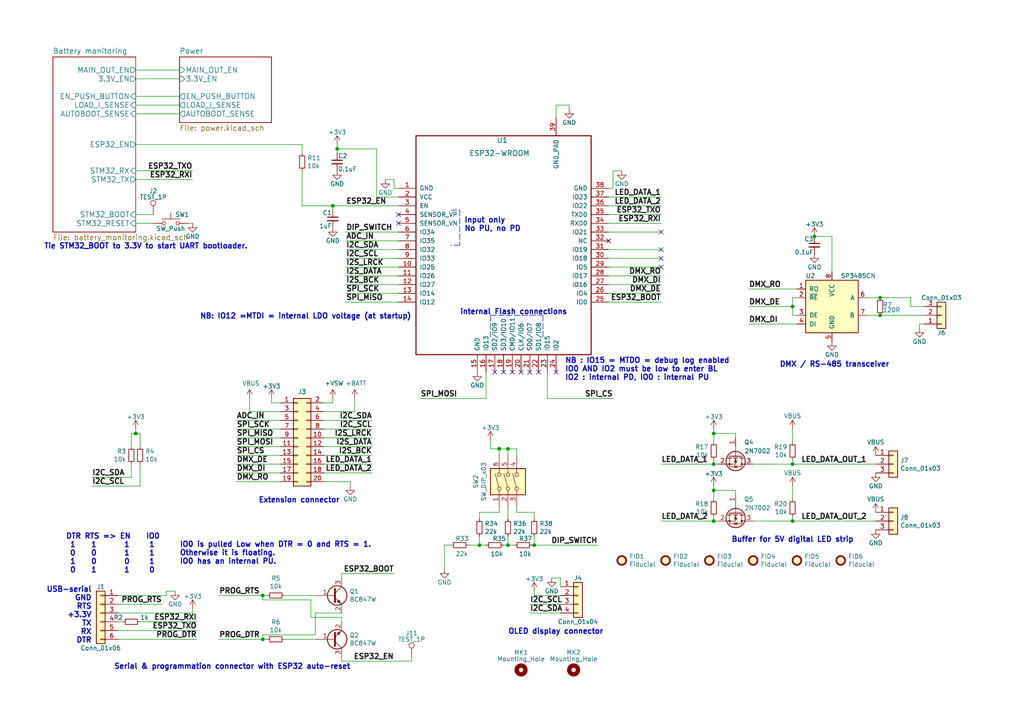
<source format=kicad_sch>
(kicad_sch (version 20211123) (generator eeschema)
  (paper "A4")
  (title_block (title "ESP32 battery management module") (date "2019-04-05") (rev "2.0") (company "KXKM") (comment 1 "Tom Magnier"))
  (lib_symbols
    (symbol "Connector:TestPoint" (pin_numbers hide) (pin_names (offset 0.762) hide)
      (property "Reference" "TP" (at 0 6.858 0))
      (property "Value" "Connector_TestPoint" (at 0 5.08 0))
      (symbol "TestPoint_1_1"
        (pin passive line (at 0 0 90) (length 2.54) (name "1") (number "1"))
      )
    )
    (symbol "Connector_Generic:Conn_01x03" (pin_names (offset 1.016) hide)
      (property "Reference" "J" (at 0 5.08 0))
      (property "Value" "Connector_Generic_Conn_01x03" (at 0 -5.08 0))
      (symbol "Conn_01x03_1_1"
        (pin passive line (at -5.08 2.54 0) (length 3.81) (name "Pin_1") (number "1"))
        (pin passive line (at -5.08 0 0) (length 3.81) (name "Pin_2") (number "2"))
        (pin passive line (at -5.08 -2.54 0) (length 3.81) (name "Pin_3") (number "3"))
      )
    )
    (symbol "Connector_Generic:Conn_01x04" (pin_names (offset 1.016) hide)
      (property "Reference" "J" (at 0 5.08 0))
      (property "Value" "Connector_Generic_Conn_01x04" (at 0 -7.62 0))
      (symbol "Conn_01x04_1_1"
        (pin passive line (at -5.08 2.54 0) (length 3.81) (name "Pin_1") (number "1"))
        (pin passive line (at -5.08 0 0) (length 3.81) (name "Pin_2") (number "2"))
        (pin passive line (at -5.08 -2.54 0) (length 3.81) (name "Pin_3") (number "3"))
        (pin passive line (at -5.08 -5.08 0) (length 3.81) (name "Pin_4") (number "4"))
      )
    )
    (symbol "Connector_Generic:Conn_01x06" (pin_names (offset 1.016) hide)
      (property "Reference" "J" (at 0 7.62 0))
      (property "Value" "Connector_Generic_Conn_01x06" (at 0 -10.16 0))
      (symbol "Conn_01x06_1_1"
        (pin passive line (at -5.08 5.08 0) (length 3.81) (name "Pin_1") (number "1"))
        (pin passive line (at -5.08 2.54 0) (length 3.81) (name "Pin_2") (number "2"))
        (pin passive line (at -5.08 0 0) (length 3.81) (name "Pin_3") (number "3"))
        (pin passive line (at -5.08 -2.54 0) (length 3.81) (name "Pin_4") (number "4"))
        (pin passive line (at -5.08 -5.08 0) (length 3.81) (name "Pin_5") (number "5"))
        (pin passive line (at -5.08 -7.62 0) (length 3.81) (name "Pin_6") (number "6"))
      )
    )
    (symbol "Connector_Generic:Conn_02x10_Odd_Even" (pin_names (offset 1.016) hide)
      (property "Reference" "J" (at 1.27 12.7 0))
      (property "Value" "Connector_Generic_Conn_02x10_Odd_Even" (at 1.27 -15.24 0))
      (symbol "Conn_02x10_Odd_Even_1_1"
        (pin passive line (at -5.08 10.16 0) (length 3.81) (name "Pin_1") (number "1"))
        (pin passive line (at 7.62 0 180) (length 3.81) (name "Pin_10") (number "10"))
        (pin passive line (at -5.08 -2.54 0) (length 3.81) (name "Pin_11") (number "11"))
        (pin passive line (at 7.62 -2.54 180) (length 3.81) (name "Pin_12") (number "12"))
        (pin passive line (at -5.08 -5.08 0) (length 3.81) (name "Pin_13") (number "13"))
        (pin passive line (at 7.62 -5.08 180) (length 3.81) (name "Pin_14") (number "14"))
        (pin passive line (at -5.08 -7.62 0) (length 3.81) (name "Pin_15") (number "15"))
        (pin passive line (at 7.62 -7.62 180) (length 3.81) (name "Pin_16") (number "16"))
        (pin passive line (at -5.08 -10.16 0) (length 3.81) (name "Pin_17") (number "17"))
        (pin passive line (at 7.62 -10.16 180) (length 3.81) (name "Pin_18") (number "18"))
        (pin passive line (at -5.08 -12.7 0) (length 3.81) (name "Pin_19") (number "19"))
        (pin passive line (at 7.62 10.16 180) (length 3.81) (name "Pin_2") (number "2"))
        (pin passive line (at 7.62 -12.7 180) (length 3.81) (name "Pin_20") (number "20"))
        (pin passive line (at -5.08 7.62 0) (length 3.81) (name "Pin_3") (number "3"))
        (pin passive line (at 7.62 7.62 180) (length 3.81) (name "Pin_4") (number "4"))
        (pin passive line (at -5.08 5.08 0) (length 3.81) (name "Pin_5") (number "5"))
        (pin passive line (at 7.62 5.08 180) (length 3.81) (name "Pin_6") (number "6"))
        (pin passive line (at -5.08 2.54 0) (length 3.81) (name "Pin_7") (number "7"))
        (pin passive line (at 7.62 2.54 180) (length 3.81) (name "Pin_8") (number "8"))
        (pin passive line (at -5.08 0 0) (length 3.81) (name "Pin_9") (number "9"))
      )
    )
    (symbol "Device:C_Small" (pin_numbers hide) (pin_names (offset 0.254) hide)
      (property "Reference" "C" (at 0.254 1.778 0))
      (property "Value" "Device_C_Small" (at 0.254 -2.032 0))
      (symbol "C_Small_1_1"
        (pin passive line (at 0 2.54 270) (length 2.032) (name "~") (number "1"))
        (pin passive line (at 0 -2.54 90) (length 2.032) (name "~") (number "2"))
      )
    )
    (symbol "Device:R_Small" (pin_numbers hide) (pin_names (offset 0.254) hide)
      (property "Reference" "R" (at 0.762 0.508 0))
      (property "Value" "Device_R_Small" (at 0.762 -1.016 0))
      (symbol "R_Small_1_1"
        (pin passive line (at 0 2.54 270) (length 0.762) (name "~") (number "1"))
        (pin passive line (at 0 -2.54 90) (length 0.762) (name "~") (number "2"))
      )
    )
    (symbol "Interface_UART:SP3485CN" (pin_names (offset 1.016))
      (property "Reference" "U" (at -7.62 8.89 0))
      (property "Value" "Interface_UART_SP3485CN" (at 2.54 8.89 0))
      (symbol "SP3485CN_1_1"
        (pin output line (at -10.16 5.08 0) (length 2.54) (name "RO") (number "1"))
        (pin input line (at -10.16 2.54 0) (length 2.54) (name "~{RE}") (number "2"))
        (pin input line (at -10.16 -2.54 0) (length 2.54) (name "DE") (number "3"))
        (pin input line (at -10.16 -5.08 0) (length 2.54) (name "DI") (number "4"))
        (pin power_in line (at 0 -10.16 90) (length 2.54) (name "GND") (number "5"))
        (pin bidirectional line (at 10.16 2.54 180) (length 2.54) (name "A") (number "6"))
        (pin bidirectional line (at 10.16 -2.54 180) (length 2.54) (name "B") (number "7"))
        (pin power_in line (at 0 10.16 270) (length 2.54) (name "VCC") (number "8"))
      )
    )
    (symbol "KXKM_ESP32_battery_management_board-rescue:ESP32-WROOM-espressif-xess" (pin_names (offset 1.016))
      (property "Reference" "U" (at 3.81 6.35 0))
      (property "Value" "ESP32-WROOM-espressif-xess" (at 3.81 3.81 0))
      (symbol "ESP32-WROOM-espressif-xess_1_1"
        (pin power_in line (at 0 0 0) (length 5.08) (name "GND") (number "1"))
        (pin bidirectional line (at 0 -22.86 0) (length 5.08) (name "IO25") (number "10"))
        (pin input line (at 0 -25.4 0) (length 5.08) (name "IO26") (number "11"))
        (pin bidirectional line (at 0 -27.94 0) (length 5.08) (name "IO27") (number "12"))
        (pin bidirectional line (at 0 -30.48 0) (length 5.08) (name "IO14") (number "13"))
        (pin bidirectional line (at 0 -33.02 0) (length 5.08) (name "IO12") (number "14"))
        (pin power_in line (at 22.86 -53.34 90) (length 5.08) (name "GND") (number "15"))
        (pin bidirectional line (at 25.4 -53.34 90) (length 5.08) (name "IO13") (number "16"))
        (pin bidirectional line (at 27.94 -53.34 90) (length 5.08) (name "SD2/IO9") (number "17"))
        (pin bidirectional line (at 30.48 -53.34 90) (length 5.08) (name "SD3/IO10") (number "18"))
        (pin bidirectional line (at 33.02 -53.34 90) (length 5.08) (name "CMD/IO11") (number "19"))
        (pin power_in line (at 0 -2.54 0) (length 5.08) (name "VCC") (number "2"))
        (pin bidirectional line (at 35.56 -53.34 90) (length 5.08) (name "CLK/IO6") (number "20"))
        (pin bidirectional line (at 38.1 -53.34 90) (length 5.08) (name "SD0/IO7") (number "21"))
        (pin bidirectional line (at 40.64 -53.34 90) (length 5.08) (name "SD1/IO8") (number "22"))
        (pin bidirectional line (at 43.18 -53.34 90) (length 5.08) (name "IO15") (number "23"))
        (pin bidirectional line (at 45.72 -53.34 90) (length 5.08) (name "IO2") (number "24"))
        (pin bidirectional line (at 60.96 -33.02 180) (length 5.08) (name "IO0") (number "25"))
        (pin bidirectional line (at 60.96 -30.48 180) (length 5.08) (name "IO4") (number "26"))
        (pin bidirectional line (at 60.96 -27.94 180) (length 5.08) (name "IO16") (number "27"))
        (pin bidirectional line (at 60.96 -25.4 180) (length 5.08) (name "IO17") (number "28"))
        (pin bidirectional line (at 60.96 -22.86 180) (length 5.08) (name "IO5") (number "29"))
        (pin input line (at 0 -5.08 0) (length 5.08) (name "EN") (number "3"))
        (pin bidirectional line (at 60.96 -20.32 180) (length 5.08) (name "IO18") (number "30"))
        (pin bidirectional line (at 60.96 -17.78 180) (length 5.08) (name "IO19") (number "31"))
        (pin no_connect line (at 60.96 -15.24 180) (length 5.08) (name "NC") (number "32"))
        (pin bidirectional line (at 60.96 -12.7 180) (length 5.08) (name "IO21") (number "33"))
        (pin bidirectional line (at 60.96 -10.16 180) (length 5.08) (name "RXD0") (number "34"))
        (pin bidirectional line (at 60.96 -7.62 180) (length 5.08) (name "TXD0") (number "35"))
        (pin bidirectional line (at 60.96 -5.08 180) (length 5.08) (name "IO22") (number "36"))
        (pin bidirectional line (at 60.96 -2.54 180) (length 5.08) (name "IO23") (number "37"))
        (pin power_in line (at 60.96 0 180) (length 5.08) (name "GND") (number "38"))
        (pin power_in line (at 45.72 20.32 270) (length 5.08) (name "GND_PAD") (number "39"))
        (pin input line (at 0 -7.62 0) (length 5.08) (name "SENSOR_VP") (number "4"))
        (pin input line (at 0 -10.16 0) (length 5.08) (name "SENSOR_VN") (number "5"))
        (pin bidirectional line (at 0 -12.7 0) (length 5.08) (name "IO34") (number "6"))
        (pin bidirectional line (at 0 -15.24 0) (length 5.08) (name "IO35") (number "7"))
        (pin bidirectional line (at 0 -17.78 0) (length 5.08) (name "IO32") (number "8"))
        (pin bidirectional line (at 0 -20.32 0) (length 5.08) (name "IO33") (number "9"))
      )
    )
    (symbol "Mechanical:Fiducial"
      (property "Reference" "FID" (at 0 5.08 0))
      (property "Value" "Mechanical_Fiducial" (at 0 3.175 0))
    )
    (symbol "Mechanical:MountingHole" (pin_names (offset 1.016))
      (property "Reference" "H" (at 0 5.08 0))
      (property "Value" "Mechanical_MountingHole" (at 0 3.175 0))
    )
    (symbol "Switch:SW_DIP_x03" (pin_names (offset 0) hide)
      (property "Reference" "SW" (at 0 8.89 0))
      (property "Value" "Switch_SW_DIP_x03" (at 0 -3.81 0))
      (symbol "SW_DIP_x03_1_1"
        (pin passive line (at -7.62 5.08 0) (length 5.08) (name "~") (number "1"))
        (pin passive line (at -7.62 2.54 0) (length 5.08) (name "~") (number "2"))
        (pin passive line (at -7.62 0 0) (length 5.08) (name "~") (number "3"))
        (pin passive line (at 7.62 0 180) (length 5.08) (name "~") (number "4"))
        (pin passive line (at 7.62 2.54 180) (length 5.08) (name "~") (number "5"))
        (pin passive line (at 7.62 5.08 180) (length 5.08) (name "~") (number "6"))
      )
    )
    (symbol "Switch:SW_Push" (pin_numbers hide) (pin_names (offset 1.016) hide)
      (property "Reference" "SW" (at 1.27 2.54 0))
      (property "Value" "Switch_SW_Push" (at 0 -1.524 0))
      (symbol "SW_Push_0_1"
        (pin passive line (at -5.08 0 0) (length 2.54) (name "1") (number "1"))
        (pin passive line (at 5.08 0 180) (length 2.54) (name "2") (number "2"))
      )
    )
    (symbol "Transistor_BJT:BC847W" (pin_names (offset 0) hide)
      (property "Reference" "Q" (at 5.08 1.905 0))
      (property "Value" "Transistor_BJT_BC847W" (at 5.08 0 0))
      (symbol "BC847W_1_1"
        (pin input line (at -5.08 0 0) (length 5.715) (name "B") (number "1"))
        (pin passive line (at 2.54 -5.08 90) (length 2.54) (name "E") (number "2"))
        (pin passive line (at 2.54 5.08 270) (length 2.54) (name "C") (number "3"))
      )
    )
    (symbol "Transistor_FET:2N7002" (pin_names hide)
      (property "Reference" "Q" (at 5.08 1.905 0))
      (property "Value" "Transistor_FET_2N7002" (at 5.08 0 0))
      (symbol "2N7002_1_1"
        (pin input line (at -5.08 0 0) (length 2.54) (name "G") (number "1"))
        (pin passive line (at 2.54 -5.08 90) (length 2.54) (name "S") (number "2"))
        (pin passive line (at 2.54 5.08 270) (length 2.54) (name "D") (number "3"))
      )
    )
    (symbol "power:+3.3V" (power) (pin_names (offset 0))
      (property "Value" "power_+3.3V" (at 0 3.556 0))
      (symbol "+3.3V_1_1"
        (pin power_in line (at 0 0 90) (length 0) hide (name "+3V3") (number "1"))
      )
    )
    (symbol "power:+BATT" (power) (pin_names (offset 0))
      (property "Value" "power_+BATT" (at 0 3.556 0))
      (symbol "+BATT_1_1"
        (pin power_in line (at 0 0 90) (length 0) hide (name "+BATT") (number "1"))
      )
    )
    (symbol "power:+VSW" (power) (pin_names (offset 0))
      (property "Value" "power_+VSW" (at 0 3.556 0))
      (symbol "+VSW_1_1"
        (pin power_in line (at 0 0 90) (length 0) hide (name "+VSW") (number "1"))
      )
    )
    (symbol "power:GND" (power) (pin_names (offset 0))
      (property "Value" "power_GND" (at 0 -3.81 0))
      (symbol "GND_1_1"
        (pin power_in line (at 0 0 270) (length 0) hide (name "GND") (number "1"))
      )
    )
    (symbol "power:VBUS" (power) (pin_names (offset 0))
      (property "Value" "power_VBUS" (at 0 3.81 0))
      (symbol "VBUS_1_1"
        (pin power_in line (at 0 0 90) (length 0) hide (name "VBUS") (number "1"))
      )
    )
  )
  (junction (at 154.94 158.115))
  (junction (at 147.32 158.115))
  (junction (at 207.01 142.24))
  (junction (at 76.2 185.42))
  (junction (at 97.79 43.18))
  (junction (at 76.2 172.72))
  (junction (at 39.37 125.73))
  (junction (at 207.01 151.13))
  (junction (at 147.32 130.175))
  (junction (at 229.87 151.13))
  (junction (at 207.01 134.62))
  (junction (at 255.27 91.44))
  (junction (at 236.22 68.58))
  (junction (at 96.52 59.69))
  (junction (at 139.065 158.115))
  (junction (at 229.87 134.62))
  (junction (at 229.87 88.9))
  (junction (at 207.01 125.73))
  (junction (at 255.27 86.36))
  (junction (at 144.78 130.175))
  (no_connect (at 151.13 107.95))
  (no_connect (at 115.57 62.23))
  (no_connect (at 176.53 69.85))
  (no_connect (at 191.77 72.39))
  (no_connect (at 143.51 107.95))
  (no_connect (at 156.21 107.95))
  (no_connect (at 191.77 74.93))
  (no_connect (at 146.05 107.95))
  (no_connect (at 161.29 107.95))
  (no_connect (at 148.59 107.95))
  (no_connect (at 115.57 64.77))
  (no_connect (at 191.77 77.47))
  (no_connect (at 153.67 107.95))
  (no_connect (at 191.77 67.31))
  (wire (pts (xy 38.1 134.62) (xy 38.1 138.43)))
  (wire (pts (xy 76.2 172.72) (xy 77.47 172.72)))
  (wire (pts (xy 140.97 115.57) (xy 121.92 115.57)))
  (wire (pts (xy 76.2 173.99) (xy 90.17 173.99)))
  (wire (pts (xy 68.58 127) (xy 81.28 127)))
  (wire (pts (xy 93.98 134.62) (xy 107.95 134.62)))
  (wire (pts (xy 144.78 130.175) (xy 142.24 130.175)))
  (wire (pts (xy 72.39 119.38) (xy 81.28 119.38)))
  (wire (pts (xy 231.14 93.98) (xy 217.17 93.98)))
  (wire (pts (xy 231.14 83.82) (xy 217.17 83.82)))
  (wire (pts (xy 229.87 88.9) (xy 229.87 91.44)))
  (wire (pts (xy 176.53 54.61) (xy 177.8 54.61)))
  (wire (pts (xy 39.37 27.94) (xy 52.07 27.94)))
  (wire (pts (xy 213.36 142.24) (xy 213.36 143.51)))
  (wire (pts (xy 255.27 91.44) (xy 267.97 91.44)))
  (wire (pts (xy 87.63 59.69) (xy 87.63 49.53)))
  (wire (pts (xy 109.22 57.15) (xy 109.22 43.18)))
  (wire (pts (xy 229.87 86.36) (xy 229.87 88.9)))
  (wire (pts (xy 90.17 173.99) (xy 90.17 179.07)))
  (wire (pts (xy 91.44 177.8) (xy 99.06 177.8)))
  (wire (pts (xy 82.55 185.42) (xy 91.44 185.42)))
  (wire (pts (xy 266.7 93.98) (xy 267.97 93.98)))
  (wire (pts (xy 176.53 77.47) (xy 191.77 77.47)))
  (wire (pts (xy 68.58 134.62) (xy 81.28 134.62)))
  (wire (pts (xy 40.64 125.73) (xy 40.64 129.54)))
  (wire (pts (xy 39.37 20.32) (xy 52.07 20.32)))
  (wire (pts (xy 100.33 69.85) (xy 115.57 69.85)))
  (wire (pts (xy 78.74 115.57) (xy 78.74 116.84)))
  (wire (pts (xy 251.46 91.44) (xy 255.27 91.44)))
  (wire (pts (xy 207.01 142.24) (xy 213.36 142.24)))
  (wire (pts (xy 229.87 88.9) (xy 217.17 88.9)))
  (wire (pts (xy 96.52 60.96) (xy 96.52 59.69)))
  (wire (pts (xy 100.33 72.39) (xy 115.57 72.39)))
  (polyline (pts (xy 133.35 60.96) (xy 133.35 71.12)))
  (wire (pts (xy 115.57 85.09) (xy 100.33 85.09)))
  (wire (pts (xy 99.06 167.64) (xy 99.06 166.37)))
  (wire (pts (xy 97.79 43.18) (xy 97.79 44.45)))
  (wire (pts (xy 100.33 67.31) (xy 115.57 67.31)))
  (wire (pts (xy 229.87 144.78) (xy 229.87 140.97)))
  (wire (pts (xy 96.52 59.69) (xy 115.57 59.69)))
  (wire (pts (xy 177.8 49.53) (xy 180.34 49.53)))
  (wire (pts (xy 128.905 158.115) (xy 128.905 165.1)))
  (wire (pts (xy 115.57 57.15) (xy 109.22 57.15)))
  (wire (pts (xy 229.87 91.44) (xy 231.14 91.44)))
  (wire (pts (xy 63.5 185.42) (xy 76.2 185.42)))
  (wire (pts (xy 38.1 125.73) (xy 39.37 125.73)))
  (wire (pts (xy 34.29 180.34) (xy 35.56 180.34)))
  (wire (pts (xy 39.37 62.23) (xy 44.45 62.23)))
  (polyline (pts (xy 130.81 60.96) (xy 133.35 60.96)))
  (wire (pts (xy 115.57 74.93) (xy 100.33 74.93)))
  (wire (pts (xy 229.87 151.13) (xy 254 151.13)))
  (wire (pts (xy 34.29 182.88) (xy 57.15 182.88)))
  (polyline (pts (xy 142.24 91.44) (xy 157.48 91.44)))
  (wire (pts (xy 93.98 121.92) (xy 107.95 121.92)))
  (wire (pts (xy 114.3 54.61) (xy 114.3 52.07)))
  (wire (pts (xy 109.22 43.18) (xy 97.79 43.18)))
  (wire (pts (xy 213.36 125.73) (xy 213.36 127)))
  (wire (pts (xy 147.32 158.115) (xy 146.05 158.115)))
  (wire (pts (xy 161.29 34.29) (xy 161.29 30.48)))
  (wire (pts (xy 162.56 177.8) (xy 153.67 177.8)))
  (wire (pts (xy 38.1 125.73) (xy 38.1 129.54)))
  (wire (pts (xy 119.38 191.77) (xy 119.38 190.5)))
  (wire (pts (xy 162.56 167.64) (xy 160.02 167.64)))
  (wire (pts (xy 147.32 147.32) (xy 147.32 150.495)))
  (wire (pts (xy 191.77 64.77) (xy 176.53 64.77)))
  (wire (pts (xy 207.01 125.73) (xy 213.36 125.73)))
  (wire (pts (xy 191.77 74.93) (xy 176.53 74.93)))
  (wire (pts (xy 154.94 158.115) (xy 173.355 158.115)))
  (wire (pts (xy 191.77 134.62) (xy 207.01 134.62)))
  (wire (pts (xy 191.77 57.15) (xy 176.53 57.15)))
  (wire (pts (xy 39.37 125.73) (xy 40.64 125.73)))
  (wire (pts (xy 176.53 87.63) (xy 191.77 87.63)))
  (wire (pts (xy 99.06 191.77) (xy 119.38 191.77)))
  (wire (pts (xy 264.16 86.36) (xy 264.16 88.9)))
  (wire (pts (xy 93.98 139.7) (xy 101.6 139.7)))
  (wire (pts (xy 147.32 130.175) (xy 149.86 130.175)))
  (wire (pts (xy 50.8 171.45) (xy 48.26 171.45)))
  (wire (pts (xy 130.81 158.115) (xy 128.905 158.115)))
  (wire (pts (xy 114.3 52.07) (xy 111.76 52.07)))
  (wire (pts (xy 264.16 88.9) (xy 267.97 88.9)))
  (wire (pts (xy 229.87 86.36) (xy 231.14 86.36)))
  (wire (pts (xy 68.58 129.54) (xy 81.28 129.54)))
  (wire (pts (xy 162.56 170.18) (xy 162.56 167.64)))
  (wire (pts (xy 100.33 77.47) (xy 115.57 77.47)))
  (wire (pts (xy 149.86 130.175) (xy 149.86 132.08)))
  (wire (pts (xy 91.44 184.15) (xy 91.44 177.8)))
  (wire (pts (xy 229.87 134.62) (xy 254 134.62)))
  (wire (pts (xy 207.01 151.13) (xy 208.28 151.13)))
  (wire (pts (xy 76.2 173.99) (xy 76.2 172.72)))
  (wire (pts (xy 207.01 140.97) (xy 207.01 142.24)))
  (wire (pts (xy 139.065 158.115) (xy 135.89 158.115)))
  (wire (pts (xy 34.29 175.26) (xy 46.99 175.26)))
  (wire (pts (xy 144.78 130.175) (xy 147.32 130.175)))
  (wire (pts (xy 139.065 158.115) (xy 140.97 158.115)))
  (wire (pts (xy 100.33 80.01) (xy 115.57 80.01)))
  (wire (pts (xy 99.06 191.77) (xy 99.06 190.5)))
  (wire (pts (xy 207.01 134.62) (xy 207.01 133.35)))
  (wire (pts (xy 218.44 134.62) (xy 229.87 134.62)))
  (wire (pts (xy 162.56 172.72) (xy 154.94 172.72)))
  (wire (pts (xy 101.6 140.97) (xy 101.6 139.7)))
  (wire (pts (xy 87.63 41.91) (xy 87.63 44.45)))
  (wire (pts (xy 154.94 148.59) (xy 154.94 150.495)))
  (wire (pts (xy 241.3 68.58) (xy 241.3 78.74)))
  (wire (pts (xy 93.98 116.84) (xy 96.52 116.84)))
  (wire (pts (xy 149.86 147.32) (xy 149.86 148.59)))
  (wire (pts (xy 158.75 107.95) (xy 158.75 115.57)))
  (wire (pts (xy 34.29 177.8) (xy 55.88 177.8)))
  (wire (pts (xy 255.27 86.36) (xy 264.16 86.36)))
  (wire (pts (xy 140.97 107.95) (xy 140.97 115.57)))
  (wire (pts (xy 115.57 82.55) (xy 100.33 82.55)))
  (wire (pts (xy 90.17 179.07) (xy 99.06 179.07)))
  (polyline (pts (xy 133.35 71.12) (xy 130.81 71.12)))
  (wire (pts (xy 191.77 151.13) (xy 207.01 151.13)))
  (wire (pts (xy 229.87 151.13) (xy 229.87 149.86)))
  (wire (pts (xy 48.26 171.45) (xy 48.26 172.72)))
  (wire (pts (xy 251.46 86.36) (xy 255.27 86.36)))
  (wire (pts (xy 39.37 33.02) (xy 52.07 33.02)))
  (wire (pts (xy 191.77 72.39) (xy 176.53 72.39)))
  (wire (pts (xy 207.01 124.46) (xy 207.01 125.73)))
  (wire (pts (xy 154.94 172.72) (xy 154.94 171.45)))
  (wire (pts (xy 39.37 30.48) (xy 52.07 30.48)))
  (wire (pts (xy 39.37 64.77) (xy 44.45 64.77)))
  (wire (pts (xy 68.58 137.16) (xy 81.28 137.16)))
  (wire (pts (xy 207.01 125.73) (xy 207.01 128.27)))
  (wire (pts (xy 154.94 158.115) (xy 154.305 158.115)))
  (wire (pts (xy 55.88 177.8) (xy 55.88 176.53)))
  (wire (pts (xy 93.98 124.46) (xy 107.95 124.46)))
  (wire (pts (xy 144.78 132.08) (xy 144.78 130.175)))
  (wire (pts (xy 176.53 59.69) (xy 191.77 59.69)))
  (wire (pts (xy 39.37 125.73) (xy 39.37 124.46)))
  (wire (pts (xy 207.01 151.13) (xy 207.01 149.86)))
  (wire (pts (xy 96.52 116.84) (xy 96.52 115.57)))
  (wire (pts (xy 48.26 172.72) (xy 34.29 172.72)))
  (wire (pts (xy 139.065 148.59) (xy 139.065 150.495)))
  (wire (pts (xy 68.58 132.08) (xy 81.28 132.08)))
  (wire (pts (xy 115.57 87.63) (xy 100.33 87.63)))
  (wire (pts (xy 39.37 52.07) (xy 55.88 52.07)))
  (wire (pts (xy 40.64 140.97) (xy 26.67 140.97)))
  (wire (pts (xy 93.98 129.54) (xy 107.95 129.54)))
  (wire (pts (xy 142.24 127.635) (xy 142.24 130.175)))
  (wire (pts (xy 191.77 82.55) (xy 176.53 82.55)))
  (wire (pts (xy 207.01 142.24) (xy 207.01 144.78)))
  (wire (pts (xy 93.98 119.38) (xy 102.87 119.38)))
  (polyline (pts (xy 142.24 97.79) (xy 142.24 91.44)))
  (wire (pts (xy 191.77 67.31) (xy 176.53 67.31)))
  (wire (pts (xy 93.98 127) (xy 107.95 127)))
  (wire (pts (xy 139.065 155.575) (xy 139.065 158.115)))
  (wire (pts (xy 147.32 132.08) (xy 147.32 130.175)))
  (wire (pts (xy 38.1 138.43) (xy 26.67 138.43)))
  (wire (pts (xy 34.29 185.42) (xy 57.15 185.42)))
  (wire (pts (xy 218.44 151.13) (xy 229.87 151.13)))
  (wire (pts (xy 165.1 30.48) (xy 165.1 31.75)))
  (wire (pts (xy 91.44 184.15) (xy 76.2 184.15)))
  (wire (pts (xy 68.58 121.92) (xy 81.28 121.92)))
  (wire (pts (xy 99.06 179.07) (xy 99.06 180.34)))
  (wire (pts (xy 76.2 184.15) (xy 76.2 185.42)))
  (wire (pts (xy 115.57 54.61) (xy 114.3 54.61)))
  (wire (pts (xy 191.77 85.09) (xy 176.53 85.09)))
  (wire (pts (xy 144.78 148.59) (xy 139.065 148.59)))
  (wire (pts (xy 39.37 22.86) (xy 52.07 22.86)))
  (wire (pts (xy 176.53 80.01) (xy 191.77 80.01)))
  (wire (pts (xy 82.55 172.72) (xy 91.44 172.72)))
  (wire (pts (xy 177.8 54.61) (xy 177.8 49.53)))
  (wire (pts (xy 158.75 115.57) (xy 177.8 115.57)))
  (wire (pts (xy 72.39 115.57) (xy 72.39 119.38)))
  (wire (pts (xy 147.32 155.575) (xy 147.32 158.115)))
  (wire (pts (xy 87.63 41.91) (xy 39.37 41.91)))
  (wire (pts (xy 63.5 172.72) (xy 76.2 172.72)))
  (polyline (pts (xy 157.48 91.44) (xy 157.48 97.79)))
  (wire (pts (xy 99.06 166.37) (xy 114.3 166.37)))
  (wire (pts (xy 68.58 139.7) (xy 81.28 139.7)))
  (wire (pts (xy 76.2 185.42) (xy 77.47 185.42)))
  (wire (pts (xy 161.29 30.48) (xy 165.1 30.48)))
  (wire (pts (xy 236.22 68.58) (xy 241.3 68.58)))
  (wire (pts (xy 93.98 132.08) (xy 107.95 132.08)))
  (wire (pts (xy 40.64 134.62) (xy 40.64 140.97)))
  (wire (pts (xy 55.88 49.53) (xy 39.37 49.53)))
  (wire (pts (xy 229.87 124.46) (xy 229.87 128.27)))
  (wire (pts (xy 93.98 137.16) (xy 107.95 137.16)))
  (wire (pts (xy 266.7 95.25) (xy 266.7 93.98)))
  (wire (pts (xy 154.94 155.575) (xy 154.94 158.115)))
  (wire (pts (xy 147.32 158.115) (xy 149.225 158.115)))
  (wire (pts (xy 144.78 147.32) (xy 144.78 148.59)))
  (wire (pts (xy 68.58 124.46) (xy 81.28 124.46)))
  (wire (pts (xy 55.88 64.77) (xy 54.61 64.77)))
  (wire (pts (xy 176.53 62.23) (xy 191.77 62.23)))
  (wire (pts (xy 87.63 59.69) (xy 96.52 59.69)))
  (wire (pts (xy 149.86 148.59) (xy 154.94 148.59)))
  (wire (pts (xy 162.56 175.26) (xy 153.67 175.26)))
  (wire (pts (xy 102.87 119.38) (xy 102.87 115.57)))
  (wire (pts (xy 207.01 134.62) (xy 208.28 134.62)))
  (wire (pts (xy 229.87 134.62) (xy 229.87 133.35)))
  (wire (pts (xy 78.74 116.84) (xy 81.28 116.84)))
  (wire (pts (xy 57.15 180.34) (xy 40.64 180.34)))
  (wire (pts (xy 97.79 41.91) (xy 97.79 43.18)))
  (text "DMX / RS-485 transceiver" (at 226.06 106.68 0) (effects (font (size 1.524 1.524) (thickness 0.3048) bold) (justify left bottom)))
  (text "Tie STM32_BOOT to 3.3V to start UART bootloader." (at 12.7 72.39 0) (effects (font (size 1.524 1.524) (thickness 0.3048) bold) (justify left bottom)))
  (text "DTR RTS => EN    IO0\n 1    1       1     1\n 0    0       1     1\n 1    0       0     1\n 0    1       1     0" (at 19.05 166.37 0) (effects (font (size 1.524 1.524) (thickness 0.3048) bold) (justify left bottom)))
  (text "Input only\nNo PU, no PD" (at 134.62 67.31 0) (effects (font (size 1.524 1.524) (thickness 0.3048) bold) (justify left bottom)))
  (text "Buffer for 5V digital LED strip" (at 212.09 157.48 0) (effects (font (size 1.524 1.524) (thickness 0.3048) bold) (justify left bottom)))
  (text "USB-serial\nGND\nRTS\n+3.3V\nTX\nRX\nDTR" (at 26.67 186.69 180) (effects (font (size 1.524 1.524) (thickness 0.3048) bold) (justify right bottom)))
  (text "NB : IO15 = MTDO = debug log enabled\nIO0 AND IO2 must be low to enter BL \nIO2 : internal PD, IO0 : internal PU" (at 163.83 110.49 0) (effects (font (size 1.524 1.524) (thickness 0.3048) bold) (justify left bottom)))
  (text "OLED display connector" (at 147.32 184.15 0) (effects (font (size 1.524 1.524) (thickness 0.3048) bold) (justify left bottom)))
  (text "Serial & programmation connector with ESP32 auto-reset" (at 33.02 194.31 0) (effects (font (size 1.524 1.524) (thickness 0.3048) bold) (justify left bottom)))
  (text "IO0 is pulled Low when DTR = 0 and RTS = 1.\nOtherwise it is floating.\nIO0 has an internal PU." (at 52.07 163.83 0) (effects (font (size 1.524 1.524) (thickness 0.3048) bold) (justify left bottom)))
  (text "NB: IO12 =MTDI = internal LDO voltage (at startup)" (at 119.38 92.71 0) (effects (font (size 1.524 1.524) (thickness 0.3048) bold) (justify right bottom)))
  (text "internal Flash connections" (at 133.35 91.44 0) (effects (font (size 1.524 1.524) (thickness 0.3048) bold) (justify left bottom)))
  (text "Extension connector" (at 74.93 146.05 0) (effects (font (size 1.524 1.524) (thickness 0.3048) bold) (justify left bottom)))
  (label "PROG_RTS" (at 63.5 172.72 0) (effects (font (size 1.524 1.524) (thickness 0.3048) bold)))
  (label "I2C_SCL" (at 153.67 175.26 0) (effects (font (size 1.524 1.524) (thickness 0.3048) bold)))
  (label "DMX_DI" (at 217.17 93.98 0) (effects (font (size 1.524 1.524) (thickness 0.3048) bold)))
  (label "LED_DATA_1" (at 191.77 57.15 180) (effects (font (size 1.524 1.524) (thickness 0.3048) bold)))
  (label "I2S_LRCK" (at 107.95 127 180) (effects (font (size 1.524 1.524) (thickness 0.3048) bold)))
  (label "I2C_SDA" (at 153.67 177.8 0) (effects (font (size 1.524 1.524) (thickness 0.3048) bold)))
  (label "ESP32_TXO" (at 57.15 182.88 180) (effects (font (size 1.524 1.524) (thickness 0.3048) bold)))
  (label "LED_DATA_1" (at 107.95 134.62 180) (effects (font (size 1.524 1.524) (thickness 0.3048) bold)))
  (label "LED_DATA_OUT_2" (at 251.46 151.13 180) (effects (font (size 1.524 1.524) (thickness 0.3048) bold)))
  (label "DIP_SWITCH" (at 173.355 158.115 180) (effects (font (size 1.524 1.524) (thickness 0.3048) bold)))
  (label "I2C_SDA" (at 100.33 72.39 0) (effects (font (size 1.524 1.524) (thickness 0.3048) bold)))
  (label "ESP32_TXO" (at 191.77 62.23 180) (effects (font (size 1.524 1.524) (thickness 0.3048) bold)))
  (label "ESP32_RXI" (at 55.88 52.07 180) (effects (font (size 1.524 1.524) (thickness 0.3048) bold)))
  (label "I2S_BCK" (at 100.33 82.55 0) (effects (font (size 1.524 1.524) (thickness 0.3048) bold)))
  (label "DMX_RO" (at 217.17 83.82 0) (effects (font (size 1.524 1.524) (thickness 0.3048) bold)))
  (label "I2S_DATA" (at 100.33 80.01 0) (effects (font (size 1.524 1.524) (thickness 0.3048) bold)))
  (label "SPI_SCK" (at 68.58 124.46 0) (effects (font (size 1.524 1.524) (thickness 0.3048) bold)))
  (label "ESP32_TXO" (at 55.88 49.53 180) (effects (font (size 1.524 1.524) (thickness 0.3048) bold)))
  (label "ESP32_BOOT" (at 191.77 87.63 180) (effects (font (size 1.524 1.524) (thickness 0.3048) bold)))
  (label "ESP32_EN" (at 114.3 191.77 180) (effects (font (size 1.524 1.524) (thickness 0.3048) bold)))
  (label "DMX_DI" (at 68.58 137.16 0) (effects (font (size 1.524 1.524) (thickness 0.3048) bold)))
  (label "ESP32_BOOT" (at 114.3 166.37 180) (effects (font (size 1.524 1.524) (thickness 0.3048) bold)))
  (label "SPI_MISO" (at 68.58 127 0) (effects (font (size 1.524 1.524) (thickness 0.3048) bold)))
  (label "I2S_LRCK" (at 100.33 77.47 0) (effects (font (size 1.524 1.524) (thickness 0.3048) bold)))
  (label "ADC_IN" (at 100.33 69.85 0) (effects (font (size 1.524 1.524) (thickness 0.3048) bold)))
  (label "I2C_SCL" (at 100.33 74.93 0) (effects (font (size 1.524 1.524) (thickness 0.3048) bold)))
  (label "PROG_RTS" (at 46.99 175.26 180) (effects (font (size 1.524 1.524) (thickness 0.3048) bold)))
  (label "DMX_DE" (at 217.17 88.9 0) (effects (font (size 1.524 1.524) (thickness 0.3048) bold)))
  (label "I2C_SCL" (at 26.67 140.97 0) (effects (font (size 1.524 1.524) (thickness 0.3048) bold)))
  (label "LED_DATA_1" (at 191.77 134.62 0) (effects (font (size 1.524 1.524) (thickness 0.3048) bold)))
  (label "SPI_MISO" (at 100.33 87.63 0) (effects (font (size 1.524 1.524) (thickness 0.3048) bold)))
  (label "PROG_DTR" (at 63.5 185.42 0) (effects (font (size 1.524 1.524) (thickness 0.3048) bold)))
  (label "ESP32_RXI" (at 57.15 180.34 180) (effects (font (size 1.524 1.524) (thickness 0.3048) bold)))
  (label "SPI_SCK" (at 100.33 85.09 0) (effects (font (size 1.524 1.524) (thickness 0.3048) bold)))
  (label "SPI_MOSI" (at 68.58 129.54 0) (effects (font (size 1.524 1.524) (thickness 0.3048) bold)))
  (label "DMX_RO" (at 191.77 80.01 180) (effects (font (size 1.524 1.524) (thickness 0.3048) bold)))
  (label "DMX_DI" (at 191.77 82.55 180) (effects (font (size 1.524 1.524) (thickness 0.3048) bold)))
  (label "SPI_CS" (at 68.58 132.08 0) (effects (font (size 1.524 1.524) (thickness 0.3048) bold)))
  (label "I2C_SDA" (at 26.67 138.43 0) (effects (font (size 1.524 1.524) (thickness 0.3048) bold)))
  (label "LED_DATA_OUT_1" (at 251.46 134.62 180) (effects (font (size 1.524 1.524) (thickness 0.3048) bold)))
  (label "DMX_RO" (at 68.58 139.7 0) (effects (font (size 1.524 1.524) (thickness 0.3048) bold)))
  (label "DMX_DE" (at 68.58 134.62 0) (effects (font (size 1.524 1.524) (thickness 0.3048) bold)))
  (label "ADC_IN" (at 68.58 121.92 0) (effects (font (size 1.524 1.524) (thickness 0.3048) bold)))
  (label "DIP_SWITCH" (at 100.33 67.31 0) (effects (font (size 1.524 1.524) (thickness 0.3048) bold)))
  (label "SPI_MOSI" (at 121.92 115.57 0) (effects (font (size 1.524 1.524) (thickness 0.3048) bold)))
  (label "ESP32_RXI" (at 191.77 64.77 180) (effects (font (size 1.524 1.524) (thickness 0.3048) bold)))
  (label "SPI_CS" (at 177.8 115.57 180) (effects (font (size 1.524 1.524) (thickness 0.3048) bold)))
  (label "LED_DATA_2" (at 191.77 59.69 180) (effects (font (size 1.524 1.524) (thickness 0.3048) bold)))
  (label "PROG_DTR" (at 57.15 185.42 180) (effects (font (size 1.524 1.524) (thickness 0.3048) bold)))
  (label "LED_DATA_2" (at 191.77 151.13 0) (effects (font (size 1.524 1.524) (thickness 0.3048) bold)))
  (label "LED_DATA_2" (at 107.95 137.16 180) (effects (font (size 1.524 1.524) (thickness 0.3048) bold)))
  (label "ESP32_EN" (at 100.33 59.69 0) (effects (font (size 1.524 1.524) (thickness 0.3048) bold)))
  (label "I2C_SDA" (at 107.95 121.92 180) (effects (font (size 1.524 1.524) (thickness 0.3048) bold)))
  (label "I2C_SCL" (at 107.95 124.46 180) (effects (font (size 1.524 1.524) (thickness 0.3048) bold)))
  (label "DMX_DE" (at 191.77 85.09 180) (effects (font (size 1.524 1.524) (thickness 0.3048) bold)))
  (label "I2S_DATA" (at 107.95 129.54 180) (effects (font (size 1.524 1.524) (thickness 0.3048) bold)))
  (label "I2S_BCK" (at 107.95 132.08 180) (effects (font (size 1.524 1.524) (thickness 0.3048) bold)))
  (symbol (lib_id "KXKM_ESP32_battery_management_board-rescue:ESP32-WROOM-espressif-xess") (at 115.57 54.61 0) (unit 1)
    (property "Reference" "U1" (at 147.32 40.64 0) (effects (font (size 1.524 1.524)) (justify right)))
    (property "Value" "ESP32-WROOM" (at 153.67 44.45 0) (effects (font (size 1.524 1.524)) (justify right)))
    (property "Footprint" "RF_Module:ESP32-WROOM-32U" (effects hide))
  )
  (symbol (lib_id "Interface_UART:SP3485CN") (at 241.3 88.9 0) (unit 1)
    (property "Reference" "U2" (at 233.68 80.01 0) (effects (justify left)))
    (property "Value" "SP3485CN" (at 243.84 80.01 0) (effects (justify left)))
    (property "Footprint" "Package_SO:SOIC-8_3.9x4.9mm_P1.27mm" (effects hide))
  )
  (symbol (lib_id "power:GND") (at 111.76 52.07 0) (unit 1)
    (property "Reference" "#PWR01" (effects hide))
    (property "Value" "GND" (at 111.76 55.88 0))
  )
  (symbol (lib_id "power:GND") (at 180.34 49.53 0) (unit 1)
    (property "Reference" "#PWR02" (effects hide))
    (property "Value" "GND" (at 180.34 53.34 0))
  )
  (symbol (lib_id "power:GND") (at 138.43 107.95 0) (unit 1)
    (property "Reference" "#PWR03" (effects hide))
    (property "Value" "GND" (at 138.43 111.76 0))
  )
  (symbol (lib_id "Device:C_Small") (at 97.79 46.99 0) (unit 1)
    (property "Reference" "C2" (at 98.044 45.212 0) (effects (justify left)))
    (property "Value" "0.1uF" (at 98.044 49.022 0) (effects (justify left)))
    (property "Footprint" "Capacitor_SMD:C_0603_1608Metric" (effects hide))
  )
  (symbol (lib_id "power:GND") (at 97.79 49.53 0) (unit 1)
    (property "Reference" "#PWR04" (effects hide))
    (property "Value" "GND" (at 97.79 53.34 0))
  )
  (symbol (lib_id "power:+3.3V") (at 97.79 41.91 0) (unit 1)
    (property "Reference" "#PWR05" (effects hide))
    (property "Value" "+3.3V" (at 97.79 38.354 0))
  )
  (symbol (lib_id "Mechanical:MountingHole") (at 166.37 194.31 0) (unit 1)
    (property "Reference" "MK2" (at 166.37 189.23 0))
    (property "Value" "Mounting_Hole" (at 166.37 191.135 0))
    (property "Footprint" "MountingHole:MountingHole_3.2mm_M3" (effects hide))
  )
  (symbol (lib_id "Mechanical:MountingHole") (at 151.13 194.31 0) (unit 1)
    (property "Reference" "MK1" (at 151.13 189.23 0))
    (property "Value" "Mounting_Hole" (at 151.13 191.135 0))
    (property "Footprint" "MountingHole:MountingHole_3.2mm_M3" (effects hide))
  )
  (symbol (lib_id "Connector_Generic:Conn_01x04") (at 167.64 172.72 0) (unit 1)
    (property "Reference" "J4" (at 167.64 167.64 0))
    (property "Value" "Conn_01x04" (at 167.64 180.34 0))
    (property "Footprint" "Connector_PinSocket_2.54mm:PinSocket_1x04_P2.54mm_Vertical" (effects hide))
  )
  (symbol (lib_id "power:GND") (at 160.02 167.64 0) (unit 1)
    (property "Reference" "#PWR016" (effects hide))
    (property "Value" "GND" (at 160.02 171.45 0))
  )
  (symbol (lib_id "power:+3.3V") (at 154.94 171.45 0) (unit 1)
    (property "Reference" "#PWR017" (effects hide))
    (property "Value" "+3.3V" (at 154.94 167.894 0))
  )
  (symbol (lib_id "Switch:SW_Push") (at 49.53 64.77 0) (unit 1)
    (property "Reference" "SW1" (at 50.8 62.23 0) (effects (justify left)))
    (property "Value" "SW_Push" (at 49.53 66.294 0))
    (property "Footprint" "Button_Switch_SMD:SW_SPST_KMR2" (effects hide))
  )
  (symbol (lib_id "Connector:TestPoint") (at 44.45 62.23 0) (unit 1)
    (property "Reference" "J2" (at 44.45 55.372 0))
    (property "Value" "TEST_1P" (at 44.45 57.15 0))
    (property "Footprint" "TestPoint:TestPoint_Pad_D1.5mm" (effects hide))
  )
  (symbol (lib_id "power:GND") (at 55.88 64.77 0) (unit 1)
    (property "Reference" "#PWR018" (effects hide))
    (property "Value" "GND" (at 55.88 68.58 0))
  )
  (symbol (lib_id "Connector_Generic:Conn_01x06") (at 29.21 177.8 0) (mirror y) (unit 1)
    (property "Reference" "J1" (at 29.21 170.18 0))
    (property "Value" "Conn_01x06" (at 29.21 187.96 0))
    (property "Footprint" "Connector_PinHeader_2.54mm:PinHeader_1x06_P2.54mm_Vertical" (effects hide))
  )
  (symbol (lib_id "power:GND") (at 50.8 171.45 0) (unit 1)
    (property "Reference" "#PWR019" (effects hide))
    (property "Value" "GND" (at 50.8 175.26 0))
  )
  (symbol (lib_id "power:+3.3V") (at 55.88 176.53 0) (unit 1)
    (property "Reference" "#PWR020" (effects hide))
    (property "Value" "+3.3V" (at 55.88 172.974 0))
  )
  (symbol (lib_id "Device:C_Small") (at 96.52 63.5 0) (mirror y) (unit 1)
    (property "Reference" "C1" (at 96.266 61.722 0) (effects (justify left)))
    (property "Value" "1uF" (at 96.266 65.532 0) (effects (justify left)))
    (property "Footprint" "Capacitor_SMD:C_0603_1608Metric" (effects hide))
  )
  (symbol (lib_id "power:GND") (at 96.52 66.04 0) (unit 1)
    (property "Reference" "#PWR021" (effects hide))
    (property "Value" "GND" (at 96.52 69.85 0))
  )
  (symbol (lib_id "power:+3.3V") (at 39.37 124.46 0) (unit 1)
    (property "Reference" "#PWR06" (effects hide))
    (property "Value" "+3.3V" (at 39.37 120.904 0))
  )
  (symbol (lib_id "power:+3.3V") (at 207.01 124.46 0) (unit 1)
    (property "Reference" "#PWR010" (effects hide))
    (property "Value" "+3.3V" (at 207.01 120.904 0))
  )
  (symbol (lib_id "power:GND") (at 241.3 99.06 0) (unit 1)
    (property "Reference" "#PWR011" (effects hide))
    (property "Value" "GND" (at 241.3 102.87 0))
  )
  (symbol (lib_id "Device:C_Small") (at 236.22 71.12 0) (mirror y) (unit 1)
    (property "Reference" "C3" (at 235.966 69.342 0) (effects (justify left)))
    (property "Value" "0.1uF" (at 235.966 73.152 0) (effects (justify left)))
    (property "Footprint" "Capacitor_SMD:C_0603_1608Metric" (effects hide))
  )
  (symbol (lib_id "power:+3.3V") (at 236.22 68.58 0) (unit 1)
    (property "Reference" "#PWR012" (effects hide))
    (property "Value" "+3.3V" (at 236.22 65.024 0))
  )
  (symbol (lib_id "power:GND") (at 236.22 73.66 0) (unit 1)
    (property "Reference" "#PWR013" (effects hide))
    (property "Value" "GND" (at 236.22 77.47 0))
  )
  (symbol (lib_id "Device:R_Small") (at 255.27 88.9 0) (unit 1)
    (property "Reference" "R7" (at 256.032 88.392 0) (effects (justify left)))
    (property "Value" "120R" (at 256.032 89.916 0) (effects (justify left)))
    (property "Footprint" "Resistor_SMD:R_0603_1608Metric" (effects hide))
  )
  (symbol (lib_id "Connector_Generic:Conn_01x03") (at 273.05 91.44 0) (mirror x) (unit 1)
    (property "Reference" "J6" (at 273.05 96.52 0))
    (property "Value" "Conn_01x03" (at 273.05 86.36 0))
    (property "Footprint" "Connector_PinHeader_2.54mm:PinHeader_1x03_P2.54mm_Vertical" (effects hide))
  )
  (symbol (lib_id "power:GND") (at 266.7 95.25 0) (unit 1)
    (property "Reference" "#PWR014" (effects hide))
    (property "Value" "GND" (at 266.7 99.06 0))
  )
  (symbol (lib_id "power:GND") (at 165.1 31.75 0) (unit 1)
    (property "Reference" "#PWR029" (effects hide))
    (property "Value" "GND" (at 165.1 35.56 0))
  )
  (symbol (lib_id "power:GND") (at 254 153.67 0) (unit 1)
    (property "Reference" "#PWR015" (effects hide))
    (property "Value" "GND" (at 254 157.48 0))
  )
  (symbol (lib_id "power:+3.3V") (at 207.01 140.97 0) (unit 1)
    (property "Reference" "#PWR022" (effects hide))
    (property "Value" "+3.3V" (at 207.01 137.414 0))
  )
  (symbol (lib_id "power:VBUS") (at 229.87 124.46 0) (unit 1)
    (property "Reference" "#PWR030" (effects hide))
    (property "Value" "VBUS" (at 229.87 120.65 0))
  )
  (symbol (lib_id "power:VBUS") (at 229.87 140.97 0) (unit 1)
    (property "Reference" "#PWR031" (effects hide))
    (property "Value" "VBUS" (at 229.87 137.16 0))
  )
  (symbol (lib_id "power:VBUS") (at 254 132.08 0) (unit 1)
    (property "Reference" "#PWR032" (effects hide))
    (property "Value" "VBUS" (at 254 128.27 0))
  )
  (symbol (lib_id "Connector:TestPoint") (at 119.38 190.5 0) (unit 1)
    (property "Reference" "J11" (at 119.38 183.642 0))
    (property "Value" "TEST_1P" (at 119.38 185.42 0))
    (property "Footprint" "TestPoint:TestPoint_Pad_D1.5mm" (effects hide))
  )
  (symbol (lib_id "Device:R_Small") (at 80.01 172.72 270) (unit 1)
    (property "Reference" "R5" (at 80.01 167.7416 90))
    (property "Value" "10k" (at 80.01 170.053 90))
    (property "Footprint" "Resistor_SMD:R_0603_1608Metric" (effects hide))
  )
  (symbol (lib_id "Device:R_Small") (at 80.01 185.42 270) (unit 1)
    (property "Reference" "R6" (at 80.01 180.4416 90))
    (property "Value" "10k" (at 80.01 182.753 90))
    (property "Footprint" "Resistor_SMD:R_0603_1608Metric" (effects hide))
  )
  (symbol (lib_id "Transistor_BJT:BC847W") (at 96.52 172.72 0) (unit 1)
    (property "Reference" "Q1" (at 101.3714 171.5516 0) (effects (justify left)))
    (property "Value" "BC847W" (at 101.3714 173.863 0) (effects (justify left)))
    (property "Footprint" "Package_TO_SOT_SMD:SOT-323_SC-70" (effects hide))
    (property "Datasheet" "http://www.infineon.com/dgdl/Infineon-BC847SERIES_BC848SERIES_BC849SERIES_BC850SERIES-DS-v01_01-en.pdf?fileId=db3a304314dca389011541d4630a1657" (effects hide))
  )
  (symbol (lib_id "Transistor_BJT:BC847W") (at 96.52 185.42 0) (mirror x) (unit 1)
    (property "Reference" "Q2" (at 101.3714 184.2516 0) (effects (justify left)))
    (property "Value" "BC847W" (at 101.3714 186.563 0) (effects (justify left)))
    (property "Footprint" "Package_TO_SOT_SMD:SOT-323_SC-70" (effects hide))
    (property "Datasheet" "http://www.infineon.com/dgdl/Infineon-BC847SERIES_BC848SERIES_BC849SERIES_BC850SERIES-DS-v01_01-en.pdf?fileId=db3a304314dca389011541d4630a1657" (effects hide))
  )
  (symbol (lib_id "Device:R_Small") (at 38.1 180.34 270) (unit 1)
    (property "Reference" "R2" (at 34.29 179.07 90))
    (property "Value" "1k" (at 41.91 179.07 90))
    (property "Footprint" "Resistor_SMD:R_0603_1608Metric" (effects hide))
  )
  (symbol (lib_id "Device:R_Small") (at 40.64 132.08 180) (unit 1)
    (property "Reference" "R4" (at 42.1386 130.9116 0) (effects (justify right)))
    (property "Value" "10k" (at 42.1386 133.223 0) (effects (justify right)))
    (property "Footprint" "Resistor_SMD:R_0603_1608Metric" (effects hide))
  )
  (symbol (lib_id "Device:R_Small") (at 38.1 132.08 0) (mirror x) (unit 1)
    (property "Reference" "R3" (at 36.6014 130.9116 0) (effects (justify right)))
    (property "Value" "10k" (at 36.6014 133.223 0) (effects (justify right)))
    (property "Footprint" "Resistor_SMD:R_0603_1608Metric" (effects hide))
  )
  (symbol (lib_id "Device:R_Small") (at 87.63 46.99 180) (unit 1)
    (property "Reference" "R11" (at 89.1286 45.8216 0) (effects (justify right)))
    (property "Value" "10k" (at 89.1286 48.133 0) (effects (justify right)))
    (property "Footprint" "Resistor_SMD:R_0603_1608Metric" (effects hide))
  )
  (symbol (lib_id "Transistor_FET:2N7002") (at 213.36 148.59 270) (unit 1)
    (property "Reference" "Q5" (at 217.17 144.78 90))
    (property "Value" "2N7002" (at 219.71 147.32 90))
    (property "Footprint" "Package_TO_SOT_SMD:SOT-23" (effects hide))
    (property "Datasheet" "https://www.fairchildsemi.com/datasheets/2N/2N7002.pdf" (effects hide))
  )
  (symbol (lib_id "Transistor_FET:2N7002") (at 213.36 132.08 270) (unit 1)
    (property "Reference" "Q4" (at 217.17 128.27 90))
    (property "Value" "2N7002" (at 219.71 130.81 90))
    (property "Footprint" "Package_TO_SOT_SMD:SOT-23" (effects hide))
    (property "Datasheet" "https://www.fairchildsemi.com/datasheets/2N/2N7002.pdf" (effects hide))
  )
  (symbol (lib_id "Device:R_Small") (at 207.01 130.81 0) (mirror x) (unit 1)
    (property "Reference" "R17" (at 205.5114 129.6416 0) (effects (justify right)))
    (property "Value" "10k" (at 205.5114 131.953 0) (effects (justify right)))
    (property "Footprint" "Resistor_SMD:R_0603_1608Metric" (effects hide))
  )
  (symbol (lib_id "Device:R_Small") (at 207.01 147.32 0) (mirror x) (unit 1)
    (property "Reference" "R18" (at 205.5114 146.1516 0) (effects (justify right)))
    (property "Value" "10k" (at 205.5114 148.463 0) (effects (justify right)))
    (property "Footprint" "Resistor_SMD:R_0603_1608Metric" (effects hide))
  )
  (symbol (lib_id "Device:R_Small") (at 229.87 130.81 0) (mirror x) (unit 1)
    (property "Reference" "R19" (at 228.3714 129.6416 0) (effects (justify right)))
    (property "Value" "10k" (at 228.3714 131.953 0) (effects (justify right)))
    (property "Footprint" "Resistor_SMD:R_0603_1608Metric" (effects hide))
  )
  (symbol (lib_id "Device:R_Small") (at 229.87 147.32 0) (mirror x) (unit 1)
    (property "Reference" "R20" (at 228.3714 146.1516 0) (effects (justify right)))
    (property "Value" "10k" (at 228.3714 148.463 0) (effects (justify right)))
    (property "Footprint" "Resistor_SMD:R_0603_1608Metric" (effects hide))
  )
  (symbol (lib_id "power:GND") (at 101.6 140.97 0) (unit 1)
    (property "Reference" "#PWR0127" (effects hide))
    (property "Value" "GND" (at 101.6 144.78 0))
  )
  (symbol (lib_id "power:+3.3V") (at 78.74 115.57 0) (unit 1)
    (property "Reference" "#PWR0128" (effects hide))
    (property "Value" "+3.3V" (at 78.74 112.014 0))
  )
  (symbol (lib_id "power:+VSW") (at 96.52 115.57 0) (unit 1)
    (property "Reference" "#PWR0129" (effects hide))
    (property "Value" "+VSW" (at 96.901 111.1758 0))
  )
  (symbol (lib_id "Connector_Generic:Conn_02x10_Odd_Even") (at 86.36 127 0) (unit 1)
    (property "Reference" "J3" (at 87.63 113.665 0))
    (property "Value" "Conn_02x10_Odd_Even" (effects hide))
    (property "Footprint" "Connector_PinSocket_2.54mm:PinSocket_2x10_P2.54mm_Vertical_SMD" (effects hide))
  )
  (symbol (lib_id "Mechanical:Fiducial") (at 180.34 162.56 0) (unit 1)
    (property "Reference" "FID1" (at 182.499 161.3916 0) (effects (justify left)))
    (property "Value" "Fiducial" (at 182.499 163.703 0) (effects (justify left)))
    (property "Footprint" "Fiducial:Fiducial_0.5mm_Mask1mm" (effects hide))
  )
  (symbol (lib_id "Mechanical:Fiducial") (at 193.04 162.56 0) (unit 1)
    (property "Reference" "FID2" (at 195.199 161.3916 0) (effects (justify left)))
    (property "Value" "Fiducial" (at 195.199 163.703 0) (effects (justify left)))
    (property "Footprint" "Fiducial:Fiducial_0.5mm_Mask1mm" (effects hide))
  )
  (symbol (lib_id "Mechanical:Fiducial") (at 205.74 162.56 0) (unit 1)
    (property "Reference" "FID3" (at 207.899 161.3916 0) (effects (justify left)))
    (property "Value" "Fiducial" (at 207.899 163.703 0) (effects (justify left)))
    (property "Footprint" "Fiducial:Fiducial_0.5mm_Mask1mm" (effects hide))
  )
  (symbol (lib_id "Mechanical:Fiducial") (at 218.44 162.56 0) (unit 1)
    (property "Reference" "FID4" (at 220.599 161.3916 0) (effects (justify left)))
    (property "Value" "Fiducial" (at 220.599 163.703 0) (effects (justify left)))
    (property "Footprint" "Fiducial:Fiducial_0.5mm_Mask1mm" (effects hide))
  )
  (symbol (lib_id "Mechanical:Fiducial") (at 231.14 162.56 0) (unit 1)
    (property "Reference" "FID5" (at 233.299 161.3916 0) (effects (justify left)))
    (property "Value" "Fiducial" (at 233.299 163.703 0) (effects (justify left)))
    (property "Footprint" "Fiducial:Fiducial_0.5mm_Mask1mm" (effects hide))
  )
  (symbol (lib_id "Mechanical:Fiducial") (at 243.84 162.56 0) (unit 1)
    (property "Reference" "FID6" (at 245.999 161.3916 0) (effects (justify left)))
    (property "Value" "Fiducial" (at 245.999 163.703 0) (effects (justify left)))
    (property "Footprint" "Fiducial:Fiducial_0.5mm_Mask1mm" (effects hide))
  )
  (symbol (lib_id "Connector_Generic:Conn_01x03") (at 259.08 134.62 0) (unit 1)
    (property "Reference" "J7" (at 261.112 133.5532 0) (effects (justify left)))
    (property "Value" "Conn_01x03" (at 261.112 135.8646 0) (effects (justify left)))
    (property "Footprint" "tom_kicad_lib:SolderWirePad_1x03_P3.81mm_Drill1.2mm" (effects hide))
  )
  (symbol (lib_id "Connector_Generic:Conn_01x03") (at 259.08 151.13 0) (unit 1)
    (property "Reference" "J8" (at 261.112 150.0632 0) (effects (justify left)))
    (property "Value" "Conn_01x03" (at 261.112 152.3746 0) (effects (justify left)))
    (property "Footprint" "tom_kicad_lib:SolderWirePad_1x03_P3.81mm_Drill1.2mm" (effects hide))
  )
  (symbol (lib_id "power:+BATT") (at 102.87 115.57 0) (unit 1)
    (property "Reference" "#PWR0103" (effects hide))
    (property "Value" "+BATT" (at 103.251 111.1758 0))
  )
  (symbol (lib_id "power:VBUS") (at 72.39 115.57 0) (unit 1)
    (property "Reference" "#PWR0104" (effects hide))
    (property "Value" "VBUS" (at 72.771 111.1758 0))
  )
  (symbol (lib_id "power:GND") (at 254 137.16 0) (unit 1)
    (property "Reference" "#PWR0109" (effects hide))
    (property "Value" "GND" (at 254 140.97 0))
  )
  (symbol (lib_id "power:VBUS") (at 254 148.59 0) (unit 1)
    (property "Reference" "#PWR0110" (effects hide))
    (property "Value" "VBUS" (at 254 144.78 0))
  )
  (symbol (lib_id "Device:R_Small") (at 139.065 153.035 180) (unit 1)
    (property "Reference" "R34" (at 140.5636 151.8666 0) (effects (justify right)))
    (property "Value" "22k" (at 140.5636 154.178 0) (effects (justify right)))
    (property "Footprint" "Resistor_SMD:R_0603_1608Metric" (effects hide))
  )
  (symbol (lib_id "Device:R_Small") (at 147.32 153.035 180) (unit 1)
    (property "Reference" "R36" (at 148.8186 151.8666 0) (effects (justify right)))
    (property "Value" "22k" (at 148.8186 154.178 0) (effects (justify right)))
    (property "Footprint" "Resistor_SMD:R_0603_1608Metric" (effects hide))
  )
  (symbol (lib_id "Device:R_Small") (at 154.94 153.035 180) (unit 1)
    (property "Reference" "R38" (at 156.4386 151.8666 0) (effects (justify right)))
    (property "Value" "22k" (at 156.4386 154.178 0) (effects (justify right)))
    (property "Footprint" "Resistor_SMD:R_0603_1608Metric" (effects hide))
  )
  (symbol (lib_id "Device:R_Small") (at 133.35 158.115 90) (unit 1)
    (property "Reference" "R33" (at 132.08 156.21 90) (effects (justify right)))
    (property "Value" "22k" (at 132.08 160.655 90) (effects (justify right)))
    (property "Footprint" "Resistor_SMD:R_0603_1608Metric" (effects hide))
  )
  (symbol (lib_id "Device:R_Small") (at 143.51 158.115 90) (unit 1)
    (property "Reference" "R35" (at 142.875 156.21 90) (effects (justify right)))
    (property "Value" "10k" (at 142.24 160.655 90) (effects (justify right)))
    (property "Footprint" "Resistor_SMD:R_0603_1608Metric" (effects hide))
  )
  (symbol (lib_id "Switch:SW_DIP_x03") (at 149.86 139.7 90) (unit 1)
    (property "Reference" "SW2" (at 137.9982 139.7 0))
    (property "Value" "SW_DIP_x03" (at 140.3096 139.7 0))
    (property "Footprint" "Button_Switch_THT:SW_DIP_SPSTx03_Piano_CTS_Series194-3MSTN_W7.62mm_P2.54mm" (effects hide))
  )
  (symbol (lib_id "Device:R_Small") (at 151.765 158.115 90) (unit 1)
    (property "Reference" "R37" (at 150.495 156.21 90) (effects (justify right)))
    (property "Value" "10k" (at 150.495 160.655 90) (effects (justify right)))
    (property "Footprint" "Resistor_SMD:R_0603_1608Metric" (effects hide))
  )
  (symbol (lib_id "power:GND") (at 128.905 165.1 0) (unit 1)
    (property "Reference" "#PWR0111" (effects hide))
    (property "Value" "GND" (at 128.905 168.91 0))
  )
  (symbol (lib_id "power:+3.3V") (at 142.24 127.635 0) (unit 1)
    (property "Reference" "#PWR0112" (effects hide))
    (property "Value" "+3.3V" (at 142.24 124.079 0))
  )
  (sheet (at 15.3416 16.51) (size 24.0284 50.8)
    (property "Sheet name" "Battery monitoring" (at 15.3416 15.6714 0) (effects (font (size 1.524 1.524)) (justify left bottom)))
    (property "Sheet file" "battery_monitoring.kicad_sch" (at 15.3416 67.9962 0) (effects (font (size 1.524 1.524)) (justify left top)))
    (pin "MAIN_OUT_EN" output (at 39.37 20.32 0) (effects (font (size 1.524 1.524))))
    (pin "3.3V_EN" output (at 39.37 22.86 0) (effects (font (size 1.524 1.524))))
    (pin "EN_PUSH_BUTTON" input (at 39.37 27.94 0) (effects (font (size 1.524 1.524))))
    (pin "ESP32_EN" output (at 39.37 41.91 0) (effects (font (size 1.524 1.524))))
    (pin "STM32_RX" input (at 39.37 49.53 0) (effects (font (size 1.524 1.524))))
    (pin "STM32_TX" output (at 39.37 52.07 0) (effects (font (size 1.524 1.524))))
    (pin "STM32_RESET" input (at 39.37 64.77 0) (effects (font (size 1.524 1.524))))
    (pin "STM32_BOOT" input (at 39.37 62.23 0) (effects (font (size 1.524 1.524))))
    (pin "LOAD_I_SENSE" input (at 39.37 30.48 0) (effects (font (size 1.524 1.524))))
    (pin "AUTOBOOT_SENSE" input (at 39.37 33.02 0) (effects (font (size 1.524 1.524))))
  )
  (sheet (at 52.07 16.51) (size 26.67 19.05)
    (property "Sheet name" "Power" (at 52.07 15.6714 0) (effects (font (size 1.524 1.524)) (justify left bottom)))
    (property "Sheet file" "power.kicad_sch" (at 52.07 36.2462 0) (effects (font (size 1.524 1.524)) (justify left top)))
    (pin "MAIN_OUT_EN" input (at 52.07 20.32 180) (effects (font (size 1.524 1.524))))
    (pin "3.3V_EN" input (at 52.07 22.86 180) (effects (font (size 1.524 1.524))))
    (pin "EN_PUSH_BUTTON" output (at 52.07 27.94 180) (effects (font (size 1.524 1.524))))
    (pin "LOAD_I_SENSE" output (at 52.07 30.48 180) (effects (font (size 1.524 1.524))))
    (pin "AUTOBOOT_SENSE" output (at 52.07 33.02 180) (effects (font (size 1.524 1.524))))
  )
)
</source>
